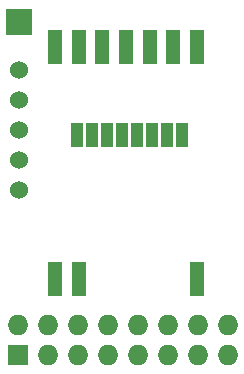
<source format=gbr>
G04 #@! TF.FileFunction,Soldermask,Bot*
%FSLAX46Y46*%
G04 Gerber Fmt 4.6, Leading zero omitted, Abs format (unit mm)*
G04 Created by KiCad (PCBNEW no-vcs-found-undefined) date Thu Nov 24 20:11:32 2016*
%MOMM*%
%LPD*%
G01*
G04 APERTURE LIST*
%ADD10C,0.100000*%
%ADD11R,1.200000X3.000000*%
%ADD12R,1.000000X2.000000*%
%ADD13O,1.727200X1.727200*%
%ADD14R,1.727200X1.727200*%
%ADD15R,2.235200X2.235200*%
%ADD16C,1.524000*%
G04 APERTURE END LIST*
D10*
D11*
X106132400Y-85902800D03*
X104132400Y-85902800D03*
X102132400Y-85902800D03*
X100132400Y-85902800D03*
X98132400Y-85902800D03*
X96132400Y-85902800D03*
X94132400Y-85902800D03*
X94132400Y-105602800D03*
X96132400Y-105602800D03*
X106132400Y-105602800D03*
D12*
X104851200Y-93395800D03*
X103581200Y-93395800D03*
X102311200Y-93395800D03*
X101041200Y-93395800D03*
X99771200Y-93395800D03*
X98501200Y-93395800D03*
X97231200Y-93395800D03*
X95961200Y-93395800D03*
D13*
X108762800Y-109448600D03*
X108762800Y-111988600D03*
X106222800Y-109448600D03*
X106222800Y-111988600D03*
X103682800Y-109448600D03*
X103682800Y-111988600D03*
X101142800Y-109448600D03*
X101142800Y-111988600D03*
D14*
X90982800Y-111988600D03*
D13*
X90982800Y-109448600D03*
X93522800Y-111988600D03*
X93522800Y-109448600D03*
X96062800Y-111988600D03*
X96062800Y-109448600D03*
X98602800Y-111988600D03*
X98602800Y-109448600D03*
D15*
X91084400Y-83794600D03*
D16*
X91059000Y-90398600D03*
X91084400Y-92938600D03*
X91084400Y-87858600D03*
X91084400Y-95478600D03*
X91084400Y-98018600D03*
M02*

</source>
